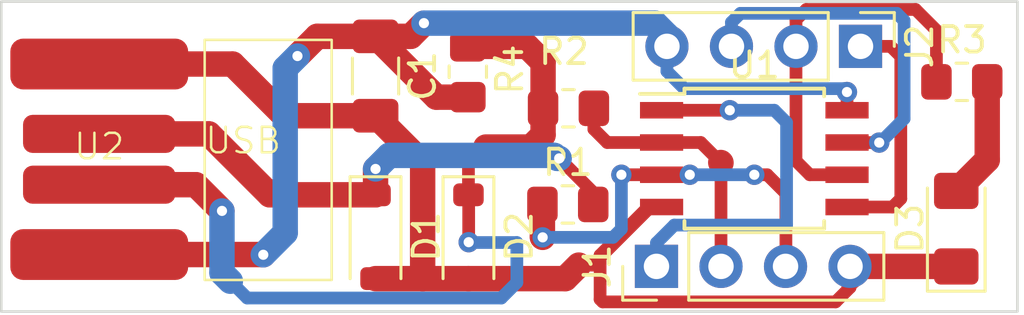
<source format=kicad_pcb>
(kicad_pcb (version 20221018) (generator pcbnew)
  (layers (0 "F.Cu" signal) (31 "B.Cu" signal) (34 "B.Paste" user) (35 "F.Paste" user) (36 "B.SilkS" user "B.Silkscreen") (37 "F.SilkS" user "F.Silkscreen") (38 "B.Mask" user) (39 "F.Mask" user) (44 "Edge.Cuts" user))
  (net 0 "")
  (net 1 "+5V")
  (net 2 "GND")
  (net 3 "Net-(D1-K)")
  (net 4 "Net-(D2-K)")
  (net 5 "Net-(D3-A)")
  (net 6 "Net-(J1-Pin_1)")
  (net 7 "Net-(J1-Pin_2)")
  (net 8 "Net-(J1-Pin_3)")
  (net 9 "Net-(J2-Pin_1)")
  (net 10 "Net-(J2-Pin_2)")
  (net 11 "Net-(J2-Pin_3)")
  (footprint "Hai_Library:PCB_USB_connector" (layer "F.Cu") (at 78.557 87.7574)
    (fp_text reference "U2" (at 0 -0.5 unlocked) (layer "F.SilkS") (effects (font (thickness 0.1))))
    (fp_text value "~")
    (fp_text user "USB" (at 4.1 -0.15 unlocked) (layer "F.SilkS") (effects (font (thickness 0.1)) (justify left bottom)))
    (fp_rect (start 4.15 -4.7) (end 9.15 4.75) (stroke (width 0.1)) (fill none) (layer "F.SilkS"))
    (pad "1" smd roundrect (at 0 3.75) (size 7 2) (layers "F.Cu" "F.Paste" "F.Mask") (net 1 "+5V"))
    (pad "2" smd roundrect (at 0 1) (size 6 1.5) (layers "F.Cu" "F.Paste" "F.Mask") (net 4 "Net-(D2-K)"))
    (pad "3" smd roundrect (at 0 -1) (size 6 1.5) (layers "F.Cu" "F.Paste" "F.Mask") (net 3 "Net-(D1-K)"))
    (pad "4" smd roundrect (at 0 -3.75) (size 7 2) (layers "F.Cu" "F.Paste" "F.Mask") (net 2 "GND"))
  )
  (footprint "Resistor_SMD:R_0805_2012Metric_Pad1.20x1.40mm_HandSolder" (layer "F.Cu") (at 93.0656 84.312 90)
    (fp_text reference "R4" (at 0.0856 1.651 90) (layer "F.SilkS"))
    (fp_text value "1k5")
    (fp_line (start -0.227064 -0.735) (end 0.227064 -0.735) (stroke (width 0.12)) (layer "F.SilkS"))
    (fp_line (start -0.227064 0.735) (end 0.227064 0.735) (stroke (width 0.12)) (layer "F.SilkS"))
    (pad "1" smd roundrect (at -1 0 90) (size 1.2 1.4) (layers "F.Cu" "F.Paste" "F.Mask") (roundrect_rratio 0.208333) (net 1 "+5V"))
    (pad "2" smd roundrect (at 1 0 90) (size 1.2 1.4) (layers "F.Cu" "F.Paste" "F.Mask") (roundrect_rratio 0.208333) (net 4 "Net-(D2-K)"))
  )
  (footprint "Resistor_SMD:R_0805_2012Metric_Pad1.20x1.40mm_HandSolder" (layer "F.Cu") (at 97.028 85.7504 180)
    (fp_text reference "R2" (at 0.1778 2.2352) (layer "F.SilkS"))
    (fp_text value "68R")
    (fp_line (start -0.227064 -0.735) (end 0.227064 -0.735) (stroke (width 0.12)) (layer "F.SilkS"))
    (fp_line (start -0.227064 0.735) (end 0.227064 0.735) (stroke (width 0.12)) (layer "F.SilkS"))
    (pad "1" smd roundrect (at -1 0 180) (size 1.2 1.4) (layers "F.Cu" "F.Paste" "F.Mask") (roundrect_rratio 0.208333) (net 7 "Net-(J1-Pin_2)"))
    (pad "2" smd roundrect (at 1 0 180) (size 1.2 1.4) (layers "F.Cu" "F.Paste" "F.Mask") (roundrect_rratio 0.208333) (net 4 "Net-(D2-K)"))
  )
  (footprint "Package_SO:SOIC-8W_5.3x5.3mm_P1.27mm" (layer "F.Cu") (at 104.3432 87.7316)
    (fp_text reference "U1" (at 0 -3.68) (layer "F.SilkS"))
    (fp_text value "ATtiny85-20S" hide)
    (fp_line (start -2.75 -2.755) (end -2.75 -2.55) (stroke (width 0.15)) (layer "F.SilkS"))
    (fp_line (start -2.75 -2.755) (end 2.75 -2.755) (stroke (width 0.15)) (layer "F.SilkS"))
    (fp_line (start -2.75 -2.55) (end -4.5 -2.55) (stroke (width 0.15)) (layer "F.SilkS"))
    (fp_line (start -2.75 2.755) (end -2.75 2.455) (stroke (width 0.15)) (layer "F.SilkS"))
    (fp_line (start -2.75 2.755) (end 2.75 2.755) (stroke (width 0.15)) (layer "F.SilkS"))
    (fp_line (start 2.75 -2.755) (end 2.75 -2.455) (stroke (width 0.15)) (layer "F.SilkS"))
    (fp_line (start 2.75 2.755) (end 2.75 2.455) (stroke (width 0.15)) (layer "F.SilkS"))
    (pad "1" smd rect (at -3.65 -1.905) (size 1.7 0.65) (layers "F.Cu" "F.Paste" "F.Mask") (net 6 "Net-(J1-Pin_1)"))
    (pad "2" smd rect (at -3.65 -0.635) (size 1.7 0.65) (layers "F.Cu" "F.Paste" "F.Mask") (net 7 "Net-(J1-Pin_2)"))
    (pad "3" smd rect (at -3.65 0.635) (size 1.7 0.65) (layers "F.Cu" "F.Paste" "F.Mask") (net 8 "Net-(J1-Pin_3)"))
    (pad "4" smd rect (at -3.65 1.905) (size 1.7 0.65) (layers "F.Cu" "F.Paste" "F.Mask") (net 2 "GND"))
    (pad "5" smd rect (at 3.65 1.905) (size 1.7 0.65) (layers "F.Cu" "F.Paste" "F.Mask") (net 9 "Net-(J2-Pin_1)"))
    (pad "6" smd rect (at 3.65 0.635) (size 1.7 0.65) (layers "F.Cu" "F.Paste" "F.Mask") (net 10 "Net-(J2-Pin_2)"))
    (pad "7" smd rect (at 3.65 -0.635) (size 1.7 0.65) (layers "F.Cu" "F.Paste" "F.Mask") (net 11 "Net-(J2-Pin_3)"))
    (pad "8" smd rect (at 3.65 -1.905) (size 1.7 0.65) (layers "F.Cu" "F.Paste" "F.Mask") (net 1 "+5V"))
  )
  (footprint "Resistor_SMD:R_0805_2012Metric_Pad1.20x1.40mm_HandSolder" (layer "F.Cu") (at 112.5126 84.709)
    (fp_text reference "R3" (at 0 -1.65) (layer "F.SilkS"))
    (fp_text value "330R")
    (fp_line (start -0.227064 -0.735) (end 0.227064 -0.735) (stroke (width 0.12)) (layer "F.SilkS"))
    (fp_line (start -0.227064 0.735) (end 0.227064 0.735) (stroke (width 0.12)) (layer "F.SilkS"))
    (pad "1" smd roundrect (at -1 0) (size 1.2 1.4) (layers "F.Cu" "F.Paste" "F.Mask") (roundrect_rratio 0.208333) (net 10 "Net-(J2-Pin_2)"))
    (pad "2" smd roundrect (at 1 0) (size 1.2 1.4) (layers "F.Cu" "F.Paste" "F.Mask") (roundrect_rratio 0.208333) (net 5 "Net-(D3-A)"))
  )
  (footprint "Capacitor_SMD:C_1206_3216Metric_Pad1.33x1.80mm_HandSolder" (layer "F.Cu") (at 89.4334 84.4804 -90)
    (fp_text reference "C1" (at 0 -1.85 90) (layer "F.SilkS"))
    (fp_text value "100n")
    (fp_line (start -0.711252 -0.91) (end 0.711252 -0.91) (stroke (width 0.12)) (layer "F.SilkS"))
    (fp_line (start -0.711252 0.91) (end 0.711252 0.91) (stroke (width 0.12)) (layer "F.SilkS"))
    (pad "1" smd roundrect (at -1.5625 0 270) (size 1.325 1.8) (layers "F.Cu" "F.Paste" "F.Mask") (roundrect_rratio 0.188679) (net 1 "+5V"))
    (pad "2" smd roundrect (at 1.5625 0 270) (size 1.325 1.8) (layers "F.Cu" "F.Paste" "F.Mask") (roundrect_rratio 0.188679) (net 2 "GND"))
  )
  (footprint "Connector_PinHeader_2.54mm:PinHeader_1x04_P2.54mm_Vertical" (layer "F.Cu") (at 108.5242 83.312 -90)
    (fp_text reference "J2" (at 0 -2.33 90) (layer "F.SilkS"))
    (fp_text value "Conn_01x04" hide)
    (fp_line (start -1.33 -1.33) (end 0 -1.33) (stroke (width 0.12)) (layer "F.SilkS"))
    (fp_line (start -1.33 0) (end -1.33 -1.33) (stroke (width 0.12)) (layer "F.SilkS"))
    (fp_line (start -1.33 1.27) (end -1.33 8.95) (stroke (width 0.12)) (layer "F.SilkS"))
    (fp_line (start -1.33 1.27) (end 1.33 1.27) (stroke (width 0.12)) (layer "F.SilkS"))
    (fp_line (start -1.33 8.95) (end 1.33 8.95) (stroke (width 0.12)) (layer "F.SilkS"))
    (fp_line (start 1.33 1.27) (end 1.33 8.95) (stroke (width 0.12)) (layer "F.SilkS"))
    (pad "1" thru_hole rect (at 0 0 270) (size 1.7 1.7) (drill 1) (layers "*.Cu" "*.Mask") (net 9 "Net-(J2-Pin_1)"))
    (pad "2" thru_hole oval (at 0 2.54 270) (size 1.7 1.7) (drill 1) (layers "*.Cu" "*.Mask") (net 10 "Net-(J2-Pin_2)"))
    (pad "3" thru_hole oval (at 0 5.08 270) (size 1.7 1.7) (drill 1) (layers "*.Cu" "*.Mask") (net 11 "Net-(J2-Pin_3)"))
    (pad "4" thru_hole oval (at 0 7.62 270) (size 1.7 1.7) (drill 1) (layers "*.Cu" "*.Mask") (net 1 "+5V"))
  )
  (footprint "Connector_PinHeader_2.54mm:PinHeader_1x04_P2.54mm_Vertical" (layer "F.Cu") (at 100.4924 91.9734 90)
    (fp_text reference "J1" (at 0 -2.33 90) (layer "F.SilkS"))
    (fp_text value "Conn_01x04" hide)
    (fp_line (start -1.33 -1.33) (end 0 -1.33) (stroke (width 0.12)) (layer "F.SilkS"))
    (fp_line (start -1.33 0) (end -1.33 -1.33) (stroke (width 0.12)) (layer "F.SilkS"))
    (fp_line (start -1.33 1.27) (end -1.33 8.95) (stroke (width 0.12)) (layer "F.SilkS"))
    (fp_line (start -1.33 1.27) (end 1.33 1.27) (stroke (width 0.12)) (layer "F.SilkS"))
    (fp_line (start -1.33 8.95) (end 1.33 8.95) (stroke (width 0.12)) (layer "F.SilkS"))
    (fp_line (start 1.33 1.27) (end 1.33 8.95) (stroke (width 0.12)) (layer "F.SilkS"))
    (pad "1" thru_hole rect (at 0 0 90) (size 1.7 1.7) (drill 1) (layers "*.Cu" "*.Mask") (net 6 "Net-(J1-Pin_1)"))
    (pad "2" thru_hole oval (at 0 2.54 90) (size 1.7 1.7) (drill 1) (layers "*.Cu" "*.Mask") (net 7 "Net-(J1-Pin_2)"))
    (pad "3" thru_hole oval (at 0 5.08 90) (size 1.7 1.7) (drill 1) (layers "*.Cu" "*.Mask") (net 8 "Net-(J1-Pin_3)"))
    (pad "4" thru_hole oval (at 0 7.62 90) (size 1.7 1.7) (drill 1) (layers "*.Cu" "*.Mask") (net 2 "GND"))
  )
  (footprint "Diode_SMD:D_SOD-123" (layer "F.Cu") (at 89.4334 90.805 -90)
    (fp_text reference "D1" (at 0 -2 90) (layer "F.SilkS"))
    (fp_text value "3V6")
    (fp_line (start -2.36 -1) (end -2.36 1) (stroke (width 0.12)) (layer "F.SilkS"))
    (fp_line (start -2.36 -1) (end 1.65 -1) (stroke (width 0.12)) (layer "F.SilkS"))
    (fp_line (start -2.36 1) (end 1.65 1) (stroke (width 0.12)) (layer "F.SilkS"))
    (pad "1" smd roundrect (at -1.65 0 270) (size 0.9 1.2) (layers "F.Cu" "F.Paste" "F.Mask") (net 3 "Net-(D1-K)"))
    (pad "2" smd roundrect (at 1.65 0 270) (size 0.9 1.2) (layers "F.Cu" "F.Paste" "F.Mask") (net 2 "GND"))
  )
  (footprint "Diode_SMD:D_SOD-123" (layer "F.Cu") (at 93.091 90.805 -90)
    (fp_text reference "D2" (at 0 -2 90) (layer "F.SilkS"))
    (fp_text value "3V6")
    (fp_line (start -2.36 -1) (end -2.36 1) (stroke (width 0.12)) (layer "F.SilkS"))
    (fp_line (start -2.36 -1) (end 1.65 -1) (stroke (width 0.12)) (layer "F.SilkS"))
    (fp_line (start -2.36 1) (end 1.65 1) (stroke (width 0.12)) (layer "F.SilkS"))
    (pad "1" smd roundrect (at -1.65 0 270) (size 0.9 1.2) (layers "F.Cu" "F.Paste" "F.Mask") (net 4 "Net-(D2-K)"))
    (pad "2" smd roundrect (at 1.65 0 270) (size 0.9 1.2) (layers "F.Cu" "F.Paste" "F.Mask") (net 2 "GND"))
  )
  (footprint "Resistor_SMD:R_0805_2012Metric_Pad1.20x1.40mm_HandSolder" (layer "F.Cu") (at 97.0026 89.535)
    (fp_text reference "R1" (at 0 -1.65) (layer "F.SilkS"))
    (fp_text value "68R")
    (fp_line (start -0.227064 -0.735) (end 0.227064 -0.735) (stroke (width 0.12)) (layer "F.SilkS"))
    (fp_line (start -0.227064 0.735) (end 0.227064 0.735) (stroke (width 0.12)) (layer "F.SilkS"))
    (pad "1" smd roundrect (at -1 0) (size 1.2 1.4) (layers "F.Cu" "F.Paste" "F.Mask") (roundrect_rratio 0.208333) (net 8 "Net-(J1-Pin_3)"))
    (pad "2" smd roundrect (at 1 0) (size 1.2 1.4) (layers "F.Cu" "F.Paste" "F.Mask") (roundrect_rratio 0.208333) (net 3 "Net-(D1-K)"))
  )
  (footprint "LED_SMD:LED_1206_3216Metric_Pad1.42x1.75mm_HandSolder" (layer "F.Cu") (at 112.2934 90.4891 90)
    (fp_text reference "D3" (at 0 -1.82 90) (layer "F.SilkS"))
    (fp_text value "LED")
    (fp_line (start -2.46 -1.135) (end -2.46 1.135) (stroke (width 0.12)) (layer "F.SilkS"))
    (fp_line (start -2.46 1.135) (end 1.6 1.135) (stroke (width 0.12)) (layer "F.SilkS"))
    (fp_line (start 1.6 -1.135) (end -2.46 -1.135) (stroke (width 0.12)) (layer "F.SilkS"))
    (pad "1" smd roundrect (at -1.4875 0 90) (size 1.425 1.75) (layers "F.Cu" "F.Paste" "F.Mask") (roundrect_rratio 0.175439) (net 2 "GND"))
    (pad "2" smd roundrect (at 1.4875 0 90) (size 1.425 1.75) (layers "F.Cu" "F.Paste" "F.Mask") (roundrect_rratio 0.175439) (net 5 "Net-(D3-A)"))
  )
  (gr_rect (start 74.7 81.55) (end 114.7 93.75) (stroke (width 0.1)) (fill none) (layer "Edge.Cuts"))
  (segment (start 107.9932 85.8266) (end 107.9932 85.1132) (width 0.5) (layer "F.Cu") (net 1))
  (segment (start 87.1351 82.9179) (end 86.4108 83.6422) (width 1) (layer "F.Cu") (net 1))
  (segment (start 89.4334 82.9179) (end 90.8181 82.9179) (width 1) (layer "F.Cu") (net 1))
  (segment (start 85.0138 91.5162) (end 85.005 91.5074) (width 1) (layer "F.Cu") (net 1))
  (segment (start 107.9932 85.1132) (end 107.99 85.11) (width 0.5) (layer "F.Cu") (net 1))
  (segment (start 93.0656 85.312) (end 91.8275 85.312) (width 1) (layer "F.Cu") (net 1))
  (segment (start 91.8275 85.312) (end 89.4334 82.9179) (width 1) (layer "F.Cu") (net 1))
  (segment (start 85.005 91.5074) (end 78.557 91.5074) (width 1) (layer "F.Cu") (net 1))
  (segment (start 89.4334 82.9179) (end 87.1351 82.9179) (width 1) (layer "F.Cu") (net 1))
  (segment (start 90.8181 82.9179) (end 91.3384 82.3976) (width 1) (layer "F.Cu") (net 1))
  (via (at 91.3384 82.3976) (size 0.8) (drill 0.4) (layers "F.Cu" "B.Cu") (net 1))
  (via (at 85.0138 91.5162) (size 0.8) (drill 0.4) (layers "F.Cu" "B.Cu") (net 1))
  (via (at 86.36 83.693) (size 0.8) (drill 0.4) (layers "F.Cu" "B.Cu") (net 1))
  (via (at 107.99 85.11) (size 0.8) (drill 0.4) (layers "F.Cu" "B.Cu") (net 1))
  (segment (start 85.8774 90.6526) (end 85.8774 84.1756) (width 1) (layer "B.Cu") (net 1))
  (segment (start 100.9042 83.312) (end 100.9042 82.8702) (width 1) (layer "B.Cu") (net 1))
  (segment (start 100.9042 82.8702) (end 100.4316 82.3976) (width 1) (layer "B.Cu") (net 1))
  (segment (start 100.9042 84.2942) (end 100.9042 83.312) (width 0.5) (layer "B.Cu") (net 1))
  (segment (start 100.4316 82.3976) (end 91.3384 82.3976) (width 1) (layer "B.Cu") (net 1))
  (segment (start 85.8774 84.1756) (end 86.36 83.693) (width 1) (layer "B.Cu") (net 1))
  (segment (start 107.8566 84.9766) (end 101.5866 84.9766) (width 0.5) (layer "B.Cu") (net 1))
  (segment (start 107.99 85.11) (end 107.8566 84.9766) (width 0.5) (layer "B.Cu") (net 1))
  (segment (start 101.5866 84.9766) (end 100.9042 84.2942) (width 0.5) (layer "B.Cu") (net 1))
  (segment (start 85.0138 91.5162) (end 85.8774 90.6526) (width 1) (layer "B.Cu") (net 1))
  (segment (start 100.6932 89.6366) (end 100.1682 89.6366) (width 0.5) (layer "F.Cu") (net 2))
  (segment (start 78.557 84.0074) (end 83.8042 84.0074) (width 1) (layer "F.Cu") (net 2))
  (segment (start 89.4334 92.455) (end 91.2876 92.455) (width 1) (layer "F.Cu") (net 2))
  (segment (start 108.1124 91.9734) (end 112.2902 91.9734) (width 1) (layer "F.Cu") (net 2))
  (segment (start 85.8397 86.0429) (end 89.4334 86.0429) (width 1) (layer "F.Cu") (net 2))
  (segment (start 93.091 92.455) (end 96.902 92.455) (width 1) (layer "F.Cu") (net 2))
  (segment (start 83.8042 84.0074) (end 85.8397 86.0429) (width 1) (layer "F.Cu") (net 2))
  (segment (start 112.2902 91.9734) (end 112.2934 91.9766) (width 1) (layer "F.Cu") (net 2))
  (segment (start 98.3742 93.3704) (end 107.5436 93.3704) (width 0.5) (layer "F.Cu") (net 2))
  (segment (start 100.1682 89.6366) (end 98.2726 91.5322) (width 0.5) (layer "F.Cu") (net 2))
  (segment (start 108.1124 92.8016) (end 108.1124 91.9734) (width 0.5) (layer "F.Cu") (net 2))
  (segment (start 100.2538 89.6366) (end 100.6932 89.6366) (width 0.5) (layer "F.Cu") (net 2))
  (segment (start 96.902 92.455) (end 97.4344 91.9226) (width 1) (layer "F.Cu") (net 2))
  (segment (start 98.2726 93.2688) (end 98.3742 93.3704) (width 0.5) (layer "F.Cu") (net 2))
  (segment (start 97.9678 91.9226) (end 100.2538 89.6366) (width 0.5) (layer "F.Cu") (net 2))
  (segment (start 97.4344 91.9226) (end 97.9678 91.9226) (width 0.5) (layer "F.Cu") (net 2))
  (segment (start 91.2876 92.455) (end 93.091 92.455) (width 1) (layer "F.Cu") (net 2))
  (segment (start 91.2876 87.8971) (end 91.2876 92.455) (width 1) (layer "F.Cu") (net 2))
  (segment (start 89.4334 86.0429) (end 91.2876 87.8971) (width 1) (layer "F.Cu") (net 2))
  (segment (start 107.5436 93.3704) (end 108.1124 92.8016) (width 0.5) (layer "F.Cu") (net 2))
  (segment (start 108.1124 91.9734) (end 108.1124 92.3952) (width 1) (layer "F.Cu") (net 2))
  (segment (start 98.2726 91.5322) (end 98.2726 93.2688) (width 0.5) (layer "F.Cu") (net 2))
  (segment (start 98.0026 89.061499) (end 96.662615 87.721514) (width 0.5) (layer "F.Cu") (net 3))
  (segment (start 78.557 86.7574) (end 82.8712 86.7574) (width 1) (layer "F.Cu") (net 3))
  (segment (start 89.4334 89.155) (end 89.4334 88.138) (width 1) (layer "F.Cu") (net 3))
  (segment (start 85.2688 89.155) (end 89.4334 89.155) (width 1) (layer "F.Cu") (net 3))
  (segment (start 82.8712 86.7574) (end 85.2688 89.155) (width 1) (layer "F.Cu") (net 3))
  (segment (start 98.0026 89.535) (end 98.0026 89.061499) (width 0.5) (layer "F.Cu") (net 3))
  (via (at 96.662615 87.721514) (size 0.8) (drill 0.4) (layers "F.Cu" "B.Cu") (net 3))
  (via (at 89.4334 88.138) (size 0.8) (drill 0.4) (layers "F.Cu" "B.Cu") (net 3))
  (segment (start 89.9668 87.6046) (end 96.4692 87.6046) (width 1) (layer "B.Cu") (net 3))
  (segment (start 89.4334 88.138) (end 89.9668 87.6046) (width 1) (layer "B.Cu") (net 3))
  (segment (start 96.4692 87.6046) (end 96.586114 87.721514) (width 1) (layer "B.Cu") (net 3))
  (segment (start 96.586114 87.721514) (end 96.662615 87.721514) (width 1) (layer "B.Cu") (net 3))
  (segment (start 95.5548 87.2744) (end 93.7768 87.2744) (width 1) (layer "F.Cu") (net 4))
  (segment (start 96.028 85.7504) (end 96.028 86.8012) (width 1) (layer "F.Cu") (net 4))
  (segment (start 96.028 86.8012) (end 95.5548 87.2744) (width 1) (layer "F.Cu") (net 4))
  (segment (start 82.3566 88.7574) (end 83.3882 89.789) (width 1) (layer "F.Cu") (net 4))
  (segment (start 96.028 83.9376) (end 96.028 85.7504) (width 1) (layer "F.Cu") (net 4))
  (segment (start 93.091 87.9602) (end 93.7768 87.2744) (width 0.5) (layer "F.Cu") (net 4))
  (segment (start 95.4024 83.312) (end 96.028 83.9376) (width 1) (layer "F.Cu") (net 4))
  (segment (start 93.0656 83.312) (end 95.4024 83.312) (width 1) (layer "F.Cu") (net 4))
  (segment (start 93.1 89.164) (end 93.091 89.155) (width 0.5) (layer "F.Cu") (net 4))
  (segment (start 78.557 88.7574) (end 82.3566 88.7574) (width 1) (layer "F.Cu") (net 4))
  (segment (start 93.1 91.02) (end 93.1 89.164) (width 0.5) (layer "F.Cu") (net 4))
  (segment (start 93.091 89.155) (end 93.091 87.9602) (width 0.5) (layer "F.Cu") (net 4))
  (via (at 93.1 91.02) (size 0.8) (drill 0.4) (layers "F.Cu" "B.Cu") (net 4))
  (via (at 83.3882 89.789) (size 0.8) (drill 0.4) (layers "F.Cu" "B.Cu") (net 4))
  (segment (start 94.3864 93.218) (end 94.996 92.6084) (width 0.5) (layer "B.Cu") (net 4))
  (segment (start 83.3882 89.789) (end 83.3882 92.2274) (width 1) (layer "B.Cu") (net 4))
  (segment (start 83.7184 92.5576) (end 84.3788 93.218) (width 0.5) (layer "B.Cu") (net 4))
  (segment (start 84.3788 93.218) (end 94.3864 93.218) (width 0.5) (layer "B.Cu") (net 4))
  (segment (start 93.1136 91.0336) (end 93.1 91.02) (width 0.5) (layer "B.Cu") (net 4))
  (segment (start 94.996 92.6084) (end 94.996 91.0336) (width 0.5) (layer "B.Cu") (net 4))
  (segment (start 94.996 91.0336) (end 93.1136 91.0336) (width 0.5) (layer "B.Cu") (net 4))
  (segment (start 83.3882 92.2274) (end 83.7184 92.5576) (width 1) (layer "B.Cu") (net 4))
  (segment (start 112.2934 89.0016) (end 113.5126 87.7824) (width 1) (layer "F.Cu") (net 5))
  (segment (start 113.5126 87.7824) (end 113.5126 84.709) (width 1) (layer "F.Cu") (net 5))
  (segment (start 103.378 85.8266) (end 100.6932 85.8266) (width 0.5) (layer "F.Cu") (net 6))
  (via (at 103.378 85.8266) (size 0.8) (drill 0.4) (layers "F.Cu" "B.Cu") (net 6))
  (segment (start 105.6132 86.3092) (end 105.1306 85.8266) (width 0.5) (layer "B.Cu") (net 6))
  (segment (start 105.1306 85.8266) (end 103.378 85.8266) (width 0.5) (layer "B.Cu") (net 6))
  (segment (start 101.1936 90.3478) (end 105.6132 90.3478) (width 0.5) (layer "B.Cu") (net 6))
  (segment (start 100.4924 91.9734) (end 100.4924 91.049) (width 0.5) (layer "B.Cu") (net 6))
  (segment (start 100.4924 91.049) (end 101.1936 90.3478) (width 0.5) (layer "B.Cu") (net 6))
  (segment (start 105.6132 90.3478) (end 105.6132 86.3092) (width 0.5) (layer "B.Cu") (net 6))
  (segment (start 103.0324 91.9734) (end 103.0324 87.894) (width 0.5) (layer "F.Cu") (net 7))
  (segment (start 98.028 86.5726) (end 98.552 87.0966) (width 0.5) (layer "F.Cu") (net 7))
  (segment (start 98.552 87.0966) (end 100.6932 87.0966) (width 0.5) (layer "F.Cu") (net 7))
  (segment (start 98.028 85.7504) (end 98.028 86.5726) (width 0.5) (layer "F.Cu") (net 7))
  (segment (start 103.0224 87.884) (end 102.235 87.0966) (width 0.5) (layer "F.Cu") (net 7))
  (segment (start 102.235 87.0966) (end 100.6932 87.0966) (width 0.5) (layer "F.Cu") (net 7))
  (segment (start 103.0324 87.894) (end 103.0224 87.884) (width 1) (layer "F.Cu") (net 7))
  (segment (start 100.6932 88.3666) (end 101.8032 88.3666) (width 0.5) (layer "F.Cu") (net 8))
  (segment (start 105.5878 91.958) (end 105.5724 91.9734) (width 0.5) (layer "F.Cu") (net 8))
  (segment (start 104.3432 88.3666) (end 104.8512 88.3666) (width 0.5) (layer "F.Cu") (net 8))
  (segment (start 96.0026 89.535) (end 96.0026 90.821) (width 1) (layer "F.Cu") (net 8))
  (segment (start 99.1108 88.3666) (end 100.6932 88.3666) (width 0.5) (layer "F.Cu") (net 8))
  (segment (start 104.8512 88.3666) (end 105.5878 89.1032) (width 0.5) (layer "F.Cu") (net 8))
  (segment (start 105.5878 89.1032) (end 105.5878 91.958) (width 0.5) (layer "F.Cu") (net 8))
  (segment (start 96.0026 90.821) (end 96.012 90.8304) (width 1) (layer "F.Cu") (net 8))
  (via (at 101.8032 88.3666) (size 0.8) (drill 0.4) (layers "F.Cu" "B.Cu") (net 8))
  (via (at 96.012 90.8304) (size 0.8) (drill 0.4) (layers "F.Cu" "B.Cu") (net 8))
  (via (at 104.3432 88.3666) (size 0.8) (drill 0.4) (layers "F.Cu" "B.Cu") (net 8))
  (via (at 99.1108 88.3666) (size 0.8) (drill 0.4) (layers "F.Cu" "B.Cu") (net 8))
  (segment (start 96.012 90.8304) (end 98.7806 90.8304) (width 0.5) (layer "B.Cu") (net 8))
  (segment (start 99.1108 90.5002) (end 99.1108 88.3666) (width 0.5) (layer "B.Cu") (net 8))
  (segment (start 98.7806 90.8304) (end 99.1108 90.5002) (width 0.5) (layer "B.Cu") (net 8))
  (segment (start 101.8032 88.3666) (end 104.3432 88.3666) (width 0.5) (layer "B.Cu") (net 8))
  (segment (start 109.7834 89.6366) (end 110.11 89.31) (width 0.5) (layer "F.Cu") (net 9))
  (segment (start 110.11 89.31) (end 110.11 83.71) (width 0.5) (layer "F.Cu") (net 9))
  (segment (start 109.712 83.312) (end 108.5242 83.312) (width 0.5) (layer "F.Cu") (net 9))
  (segment (start 107.9932 89.6366) (end 109.7834 89.6366) (width 0.5) (layer "F.Cu") (net 9))
  (segment (start 110.11 83.71) (end 109.712 83.312) (width 0.5) (layer "F.Cu") (net 9))
  (segment (start 105.9842 82.2658) (end 105.9842 83.312) (width 0.5) (layer "F.Cu") (net 10))
  (segment (start 105.9842 83.312) (end 105.9842 87.8232) (width 0.5) (layer "F.Cu") (net 10))
  (segment (start 106.39 81.86) (end 105.9842 82.2658) (width 0.5) (layer "F.Cu") (net 10))
  (segment (start 105.9842 87.8232) (end 106.5276 88.3666) (width 0.5) (layer "F.Cu") (net 10))
  (segment (start 106.5276 88.3666) (end 107.9932 88.3666) (width 0.5) (layer "F.Cu") (net 10))
  (segment (start 111.5126 82.6826) (end 110.69 81.86) (width 0.5) (layer "F.Cu") (net 10))
  (segment (start 110.69 81.86) (end 106.39 81.86) (width 0.5) (layer "F.Cu") (net 10))
  (segment (start 111.5126 84.709) (end 111.5126 82.6826) (width 0.5) (layer "F.Cu") (net 10))
  (segment (start 107.9966 87.1) (end 107.9932 87.0966) (width 0.5) (layer "F.Cu") (net 11))
  (segment (start 109.2605 87.1) (end 107.9966 87.1) (width 0.5) (layer "F.Cu") (net 11))
  (via (at 109.2605 87.1) (size 0.8) (drill 0.4) (layers "F.Cu" "B.Cu") (net 11))
  (segment (start 109.952 82.012) (end 110.24 82.3) (width 0.5) (layer "B.Cu") (net 11))
  (segment (start 103.798 82.012) (end 109.952 82.012) (width 0.5) (layer "B.Cu") (net 11))
  (segment (start 110.24 82.3) (end 110.24 86.16) (width 0.5) (layer "B.Cu") (net 11))
  (segment (start 103.4442 83.312) (end 103.4442 82.3658) (width 0.5) (layer "B.Cu") (net 11))
  (segment (start 110.24 86.16) (end 109.3 87.1) (width 0.5) (layer "B.Cu") (net 11))
  (segment (start 109.3 87.1) (end 109.2605 87.1) (width 0.5) (layer "B.Cu") (net 11))
  (segment (start 103.4442 82.3658) (end 103.798 82.012) (width 0.5) (layer "B.Cu") (net 11))
)
</source>
